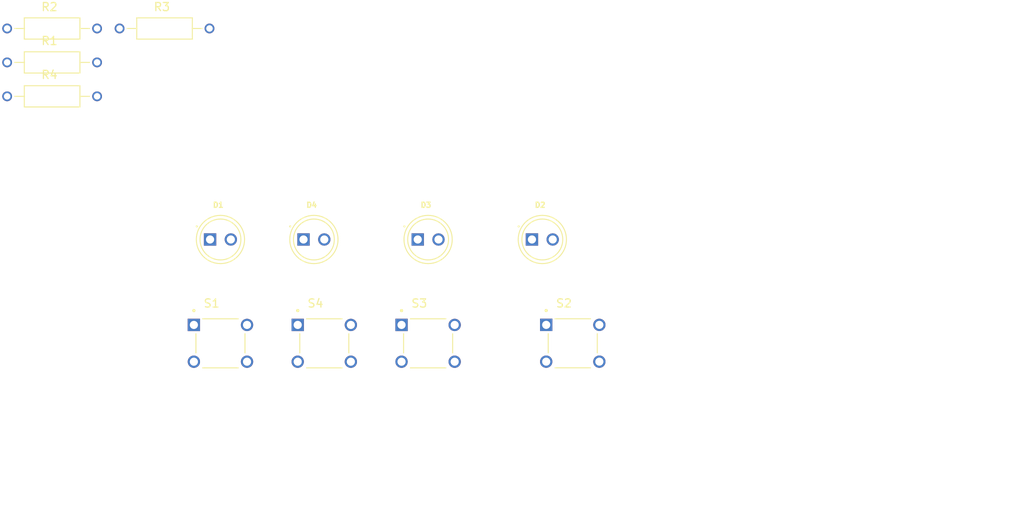
<source format=kicad_pcb>
(kicad_pcb (version 20211014) (generator pcbnew)
  (layers (0 "F.Cu" signal) (31 "B.Cu" signal) (34 "B.Paste" user) (35 "F.Paste" user) (36 "B.SilkS" user "B.Silkscreen") (37 "F.SilkS" user "F.Silkscreen") (38 "B.Mask" user) (39 "F.Mask" user) (44 "Edge.Cuts" user))
  (net 0 "")
  (net 1 "Net-(R1-Pad1)")
  (net 2 "Net-(D1-PadA)")
  (net 3 "Net-(R2-Pad1)")
  (net 4 "Net-(D2-PadA)")
  (net 5 "Net-(D3-PadA)")
  (net 6 "Net-(R3-Pad2)")
  (net 7 "Net-(D4-PadA)")
  (net 8 "Net-(R4-Pad2)")
  (net 9 "Net-(D1-PadC)")
  (net 12 "Net-(S1-Pad4)")
  (net 13 "Net-(S2-Pad2)")
  (net 15 "Net-(S2-Pad4)")
  (net 16 "Net-(S3-Pad2)")
  (net 18 "Net-(S3-Pad4)")
  (net 21 "Net-(S4-Pad4)")
  (footprint "TS02-66-50-BK-260-LCR-D:SW_TS02-66-50-BK-260-LCR-D" (layer "F.Cu") (at 127 119.38)
    (fp_text reference "S1" (at -1.079 -4.889) (layer "F.SilkS"))
    (fp_text value "TS02-66-50-BK-260-LCR-D")
    (fp_line (start 3 -1.176) (end 3 1.176) (layer "F.SilkS") (width 0.127))
    (fp_line (start -2.176 -3) (end 2.176 -3) (layer "F.SilkS") (width 0.127))
    (fp_line (start -3 -1.176) (end -3 1.176) (layer "F.SilkS") (width 0.127))
    (fp_line (start -2.176 3) (end 2.176 3) (layer "F.SilkS") (width 0.127))
    (fp_circle (center -3.25 -4.004) (end -3.15 -4.004) (layer "F.SilkS") (width 0.2) (fill none))
    (pad "1" thru_hole rect locked (at -3.25 -2.25) (size 1.508 1.508) (drill 1) (layers *.Cu *.Mask))
    (pad "2" thru_hole circle locked (at 3.25 -2.25) (size 1.508 1.508) (drill 1) (layers *.Cu *.Mask) (net 9 "Net-(D1-PadC)"))
    (pad "3" thru_hole circle locked (at -3.25 2.25) (size 1.508 1.508) (drill 1) (layers *.Cu *.Mask))
    (pad "4" thru_hole circle locked (at 3.25 2.25) (size 1.508 1.508) (drill 1) (layers *.Cu *.Mask) (net 12 "Net-(S1-Pad4)"))
  )
  (footprint "WP7113SGD:LED_WP7113SGD" (layer "F.Cu") (at 138.43 106.68)
    (fp_text reference "D4" (at -0.268515 -4.214547) (layer "F.SilkS") (effects (font (size 0.641239 0.641239))))
    (fp_text value "WP7113SGD")
    (fp_circle (center 0 0) (end 2.95 0) (layer "F.SilkS") (width 0.127) (fill none))
    (fp_circle (center 0 0) (end 2.5 0) (layer "F.SilkS") (width 0.127) (fill none))
    (fp_circle (center -2.9 -1.6) (end -2.773 -1.6) (layer "F.SilkS") (width 0) (fill solid))
    (pad "A" thru_hole circle locked (at 1.27 0) (size 1.508 1.508) (drill 1) (layers *.Cu *.Mask) (net 7 "Net-(D4-PadA)"))
    (pad "C" thru_hole rect locked (at -1.27 0) (size 1.508 1.508) (drill 1) (layers *.Cu *.Mask) (net 9 "Net-(D1-PadC)"))
  )
  (footprint "MFR-25FRF52-200R(1):RESAD1100W55L680D260" (layer "F.Cu") (at 106.4115 80.8715)
    (fp_text reference "R2" (at -0.325 -2.635) (layer "F.SilkS"))
    (fp_text value "MFR-25FRF52-200R")
    (fp_line (start -3.4 0) (end -3.4 1.3) (layer "F.SilkS") (width 0.127))
    (fp_line (start 3.4 -1.3) (end -3.4 -1.3) (layer "F.SilkS") (width 0.127))
    (fp_line (start 4.58 0) (end 3.4 0) (layer "F.SilkS") (width 0.127))
    (fp_line (start 3.4 1.3) (end 3.4 0) (layer "F.SilkS") (width 0.127))
    (fp_line (start -3.4 -1.3) (end -3.4 0) (layer "F.SilkS") (width 0.127))
    (fp_line (start 3.4 0) (end 3.4 -1.3) (layer "F.SilkS") (width 0.127))
    (fp_line (start -4.58 0) (end -3.4 0) (layer "F.SilkS") (width 0.127))
    (fp_line (start -3.4 1.3) (end 3.4 1.3) (layer "F.SilkS") (width 0.127))
    (pad "1" thru_hole circle locked (at -5.5 0) (size 1.2 1.2) (drill 0.8) (layers *.Cu *.Mask) (net 3 "Net-(R2-Pad1)"))
    (pad "2" thru_hole circle locked (at 5.5 0) (size 1.2 1.2) (drill 0.8) (layers *.Cu *.Mask) (net 4 "Net-(D2-PadA)"))
  )
  (footprint "MFR-25FRF52-200R(1):RESAD1100W55L680D260" (layer "F.Cu") (at 106.4115 89.1715)
    (fp_text reference "R4" (at -0.325 -2.635) (layer "F.SilkS"))
    (fp_text value "MFR-25FRF52-200R")
    (fp_line (start -3.4 -1.3) (end -3.4 0) (layer "F.SilkS") (width 0.127))
    (fp_line (start 3.4 1.3) (end 3.4 0) (layer "F.SilkS") (width 0.127))
    (fp_line (start -4.58 0) (end -3.4 0) (layer "F.SilkS") (width 0.127))
    (fp_line (start 3.4 -1.3) (end -3.4 -1.3) (layer "F.SilkS") (width 0.127))
    (fp_line (start -3.4 0) (end -3.4 1.3) (layer "F.SilkS") (width 0.127))
    (fp_line (start 4.58 0) (end 3.4 0) (layer "F.SilkS") (width 0.127))
    (fp_line (start 3.4 0) (end 3.4 -1.3) (layer "F.SilkS") (width 0.127))
    (fp_line (start -3.4 1.3) (end 3.4 1.3) (layer "F.SilkS") (width 0.127))
    (pad "1" thru_hole circle locked (at -5.5 0) (size 1.2 1.2) (drill 0.8) (layers *.Cu *.Mask) (net 7 "Net-(D4-PadA)"))
    (pad "2" thru_hole circle locked (at 5.5 0) (size 1.2 1.2) (drill 0.8) (layers *.Cu *.Mask) (net 8 "Net-(R4-Pad2)"))
  )
  (footprint "MFR-25FRF52-200R(1):RESAD1100W55L680D260" (layer "F.Cu") (at 120.1615 80.8715)
    (fp_text reference "R3" (at -0.325 -2.635) (layer "F.SilkS"))
    (fp_text value "MFR-25FRF52-200R")
    (fp_line (start 3.4 -1.3) (end -3.4 -1.3) (layer "F.SilkS") (width 0.127))
    (fp_line (start -4.58 0) (end -3.4 0) (layer "F.SilkS") (width 0.127))
    (fp_line (start 3.4 0) (end 3.4 -1.3) (layer "F.SilkS") (width 0.127))
    (fp_line (start -3.4 1.3) (end 3.4 1.3) (layer "F.SilkS") (width 0.127))
    (fp_line (start -3.4 -1.3) (end -3.4 0) (layer "F.SilkS") (width 0.127))
    (fp_line (start 4.58 0) (end 3.4 0) (layer "F.SilkS") (width 0.127))
    (fp_line (start 3.4 1.3) (end 3.4 0) (layer "F.SilkS") (width 0.127))
    (fp_line (start -3.4 0) (end -3.4 1.3) (layer "F.SilkS") (width 0.127))
    (pad "1" thru_hole circle locked (at -5.5 0) (size 1.2 1.2) (drill 0.8) (layers *.Cu *.Mask) (net 5 "Net-(D3-PadA)"))
    (pad "2" thru_hole circle locked (at 5.5 0) (size 1.2 1.2) (drill 0.8) (layers *.Cu *.Mask) (net 6 "Net-(R3-Pad2)"))
  )
  (footprint "WP7113ID:LED_WP7113ID" (layer "F.Cu") (at 127 106.68)
    (fp_text reference "D1" (at -0.26851 -4.214426) (layer "F.SilkS") (effects (font (size 0.641222 0.641222))))
    (fp_text value "WP7113ID")
    (fp_circle (center 0 0) (end 2.95 0) (layer "F.SilkS") (width 0.127) (fill none))
    (fp_circle (center 0 0) (end 2.5 0) (layer "F.SilkS") (width 0.127) (fill none))
    (fp_circle (center -2.9 -1.6) (end -2.773 -1.6) (layer "F.SilkS") (width 0) (fill solid))
    (pad "A" thru_hole circle locked (at 1.27 0) (size 1.508 1.508) (drill 1) (layers *.Cu *.Mask) (net 2 "Net-(D1-PadA)"))
    (pad "C" thru_hole rect locked (at -1.27 0) (size 1.508 1.508) (drill 1) (layers *.Cu *.Mask) (net 9 "Net-(D1-PadC)"))
  )
  (footprint "TS02-66-50-BK-260-LCR-D:SW_TS02-66-50-BK-260-LCR-D" (layer "F.Cu") (at 152.4 119.38)
    (fp_text reference "S3" (at -1.079 -4.889) (layer "F.SilkS"))
    (fp_text value "TS02-66-50-BK-260-LCR-D")
    (fp_line (start -2.176 -3) (end 2.176 -3) (layer "F.SilkS") (width 0.127))
    (fp_line (start 3 -1.176) (end 3 1.176) (layer "F.SilkS") (width 0.127))
    (fp_line (start -2.176 3) (end 2.176 3) (layer "F.SilkS") (width 0.127))
    (fp_line (start -3 -1.176) (end -3 1.176) (layer "F.SilkS") (width 0.127))
    (fp_circle (center -3.25 -4.004) (end -3.15 -4.004) (layer "F.SilkS") (width 0.2) (fill none))
    (pad "1" thru_hole rect locked (at -3.25 -2.25) (size 1.508 1.508) (drill 1) (layers *.Cu *.Mask) (net 13 "Net-(S2-Pad2)"))
    (pad "2" thru_hole circle locked (at 3.25 -2.25) (size 1.508 1.508) (drill 1) (layers *.Cu *.Mask) (net 16 "Net-(S3-Pad2)"))
    (pad "3" thru_hole circle locked (at -3.25 2.25) (size 1.508 1.508) (drill 1) (layers *.Cu *.Mask))
    (pad "4" thru_hole circle locked (at 3.25 2.25) (size 1.508 1.508) (drill 1) (layers *.Cu *.Mask) (net 18 "Net-(S3-Pad4)"))
  )
  (footprint "TS02-66-50-BK-260-LCR-D:SW_TS02-66-50-BK-260-LCR-D" (layer "F.Cu") (at 139.7 119.38)
    (fp_text reference "S4" (at -1.079 -4.889) (layer "F.SilkS"))
    (fp_text value "TS02-66-50-BK-260-LCR-D")
    (fp_line (start -3 -1.176) (end -3 1.176) (layer "F.SilkS") (width 0.127))
    (fp_line (start -2.176 -3) (end 2.176 -3) (layer "F.SilkS") (width 0.127))
    (fp_line (start 3 -1.176) (end 3 1.176) (layer "F.SilkS") (width 0.127))
    (fp_line (start -2.176 3) (end 2.176 3) (layer "F.SilkS") (width 0.127))
    (fp_circle (center -3.25 -4.004) (end -3.15 -4.004) (layer "F.SilkS") (width 0.2) (fill none))
    (pad "1" thru_hole rect locked (at -3.25 -2.25) (size 1.508 1.508) (drill 1) (layers *.Cu *.Mask) (net 16 "Net-(S3-Pad2)"))
    (pad "2" thru_hole circle locked (at 3.25 -2.25) (size 1.508 1.508) (drill 1) (layers *.Cu *.Mask))
    (pad "3" thru_hole circle locked (at -3.25 2.25) (size 1.508 1.508) (drill 1) (layers *.Cu *.Mask))
    (pad "4" thru_hole circle locked (at 3.25 2.25) (size 1.508 1.508) (drill 1) (layers *.Cu *.Mask) (net 21 "Net-(S4-Pad4)"))
  )
  (footprint "WP7113YD:LED_WP7113YD" (layer "F.Cu") (at 166.37 106.68)
    (fp_text reference "D2" (at -0.268735 -4.217901) (layer "F.SilkS") (effects (font (size 0.64175 0.64175))))
    (fp_text value "WP7113YD")
    (fp_circle (center -2.9 -1.6) (end -2.773 -1.6) (layer "F.SilkS") (width 0) (fill solid))
    (fp_circle (center 0 0) (end 2.5 0) (layer "F.SilkS") (width 0.127) (fill none))
    (fp_circle (center 0 0) (end 2.95 0) (layer "F.SilkS") (width 0.127) (fill none))
    (pad "A" thru_hole circle locked (at 1.27 0) (size 1.508 1.508) (drill 1) (layers *.Cu *.Mask) (net 4 "Net-(D2-PadA)"))
    (pad "C" thru_hole rect locked (at -1.27 0) (size 1.508 1.508) (drill 1) (layers *.Cu *.Mask) (net 9 "Net-(D1-PadC)"))
  )
  (footprint "WP7113SGD:LED_WP7113SGD" (layer "F.Cu") (at 152.4 106.68)
    (fp_text reference "D3" (at -0.268515 -4.214547) (layer "F.SilkS") (effects (font (size 0.641239 0.641239))))
    (fp_text value "WP7113SGD")
    (fp_circle (center 0 0) (end 2.5 0) (layer "F.SilkS") (width 0.127) (fill none))
    (fp_circle (center 0 0) (end 2.95 0) (layer "F.SilkS") (width 0.127) (fill none))
    (fp_circle (center -2.9 -1.6) (end -2.773 -1.6) (layer "F.SilkS") (width 0) (fill solid))
    (pad "A" thru_hole circle locked (at 1.27 0) (size 1.508 1.508) (drill 1) (layers *.Cu *.Mask) (net 5 "Net-(D3-PadA)"))
    (pad "C" thru_hole rect locked (at -1.27 0) (size 1.508 1.508) (drill 1) (layers *.Cu *.Mask) (net 9 "Net-(D1-PadC)"))
  )
  (footprint "MFR-25FRF52-200R(1):RESAD1100W55L680D260" (layer "F.Cu") (at 106.4115 85.0215)
    (fp_text reference "R1" (at -0.325 -2.635) (layer "F.SilkS"))
    (fp_text value "MFR-25FRF52-200R")
    (fp_line (start -3.4 1.3) (end 3.4 1.3) (layer "F.SilkS") (width 0.127))
    (fp_line (start 3.4 0) (end 3.4 -1.3) (layer "F.SilkS") (width 0.127))
    (fp_line (start 4.58 0) (end 3.4 0) (layer "F.SilkS") (width 0.127))
    (fp_line (start 3.4 1.3) (end 3.4 0) (layer "F.SilkS") (width 0.127))
    (fp_line (start 3.4 -1.3) (end -3.4 -1.3) (layer "F.SilkS") (width 0.127))
    (fp_line (start -4.58 0) (end -3.4 0) (layer "F.SilkS") (width 0.127))
    (fp_line (start -3.4 0) (end -3.4 1.3) (layer "F.SilkS") (width 0.127))
    (fp_line (start -3.4 -1.3) (end -3.4 0) (layer "F.SilkS") (width 0.127))
    (pad "1" thru_hole circle locked (at -5.5 0) (size 1.2 1.2) (drill 0.8) (layers *.Cu *.Mask) (net 1 "Net-(R1-Pad1)"))
    (pad "2" thru_hole circle locked (at 5.5 0) (size 1.2 1.2) (drill 0.8) (layers *.Cu *.Mask) (net 2 "Net-(D1-PadA)"))
  )
  (footprint "TS02-66-50-BK-260-LCR-D:SW_TS02-66-50-BK-260-LCR-D" (layer "F.Cu") (at 170.094 119.374)
    (fp_text reference "S2" (at -1.079 -4.889) (layer "F.SilkS"))
    (fp_text value "TS02-66-50-BK-260-LCR-D")
    (fp_line (start -3 -1.176) (end -3 1.176) (layer "F.SilkS") (width 0.127))
    (fp_line (start 3 -1.176) (end 3 1.176) (layer "F.SilkS") (width 0.127))
    (fp_line (start -2.176 -3) (end 2.176 -3) (layer "F.SilkS") (width 0.127))
    (fp_line (start -2.176 3) (end 2.176 3) (layer "F.SilkS") (width 0.127))
    (fp_circle (center -3.25 -4.004) (end -3.15 -4.004) (layer "F.SilkS") (width 0.2) (fill none))
    (pad "1" thru_hole rect locked (at -3.25 -2.25) (size 1.508 1.508) (drill 1) (layers *.Cu *.Mask) (net 9 "Net-(D1-PadC)"))
    (pad "2" thru_hole circle locked (at 3.25 -2.25) (size 1.508 1.508) (drill 1) (layers *.Cu *.Mask) (net 13 "Net-(S2-Pad2)"))
    (pad "3" thru_hole circle locked (at -3.25 2.25) (size 1.508 1.508) (drill 1) (layers *.Cu *.Mask))
    (pad "4" thru_hole circle locked (at 3.25 2.25) (size 1.508 1.508) (drill 1) (layers *.Cu *.Mask) (net 15 "Net-(S2-Pad4)"))
  )
)
</source>
